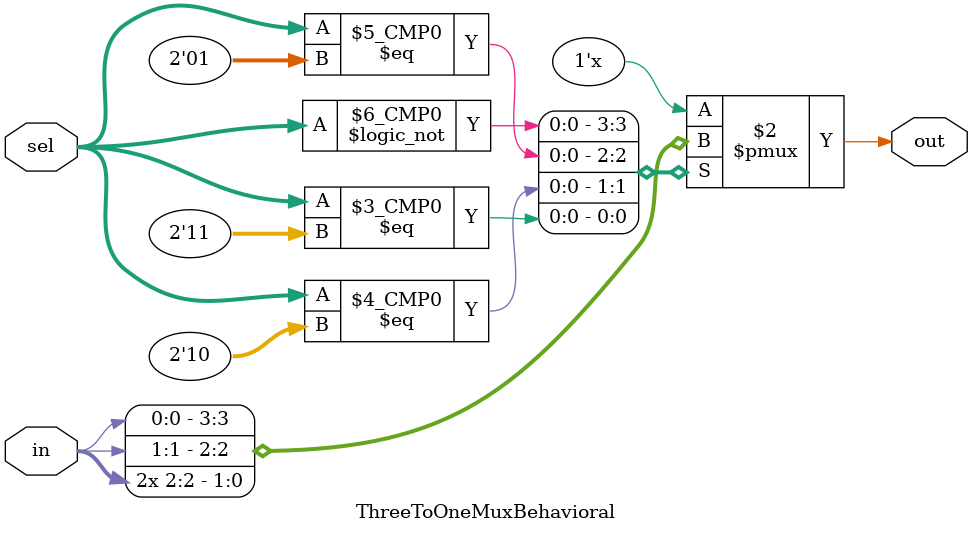
<source format=v>
`timescale 1ns / 1ps


module ThreeToOneMuxBehavioral( input wire [2:0] in,
                                input wire [1:0] sel,
                                output reg out
                                );
                                
always @(*) begin
        case (sel)
            2'b00: out = in[0];
            2'b01: out = in[1];
            2'b10: out = in[2];
            2'b11: out = in[2];
        endcase
    end

endmodule

</source>
